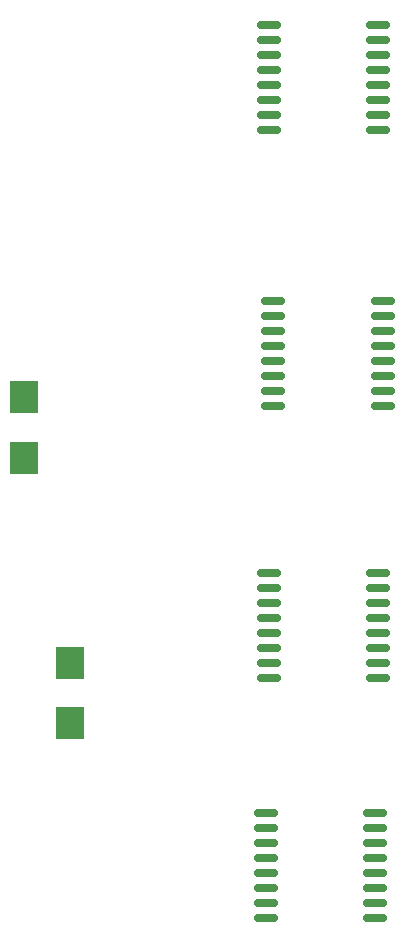
<source format=gbr>
%TF.GenerationSoftware,KiCad,Pcbnew,(6.0.4)*%
%TF.CreationDate,2023-07-24T13:06:08-04:00*%
%TF.ProjectId,BREAD_Slice,42524541-445f-4536-9c69-63652e6b6963,rev?*%
%TF.SameCoordinates,Original*%
%TF.FileFunction,Paste,Bot*%
%TF.FilePolarity,Positive*%
%FSLAX46Y46*%
G04 Gerber Fmt 4.6, Leading zero omitted, Abs format (unit mm)*
G04 Created by KiCad (PCBNEW (6.0.4)) date 2023-07-24 13:06:08*
%MOMM*%
%LPD*%
G01*
G04 APERTURE LIST*
G04 Aperture macros list*
%AMRoundRect*
0 Rectangle with rounded corners*
0 $1 Rounding radius*
0 $2 $3 $4 $5 $6 $7 $8 $9 X,Y pos of 4 corners*
0 Add a 4 corners polygon primitive as box body*
4,1,4,$2,$3,$4,$5,$6,$7,$8,$9,$2,$3,0*
0 Add four circle primitives for the rounded corners*
1,1,$1+$1,$2,$3*
1,1,$1+$1,$4,$5*
1,1,$1+$1,$6,$7*
1,1,$1+$1,$8,$9*
0 Add four rect primitives between the rounded corners*
20,1,$1+$1,$2,$3,$4,$5,0*
20,1,$1+$1,$4,$5,$6,$7,0*
20,1,$1+$1,$6,$7,$8,$9,0*
20,1,$1+$1,$8,$9,$2,$3,0*%
G04 Aperture macros list end*
%ADD10R,2.350000X2.770000*%
%ADD11RoundRect,0.150000X0.875000X0.150000X-0.875000X0.150000X-0.875000X-0.150000X0.875000X-0.150000X0*%
G04 APERTURE END LIST*
D10*
%TO.C,C2*%
X154223000Y-108274000D03*
X154223000Y-113414000D03*
%TD*%
%TO.C,C1*%
X150286000Y-90935000D03*
X150286000Y-85795000D03*
%TD*%
D11*
%TO.C,U1*%
X180082000Y-121004000D03*
X180082000Y-122274000D03*
X180082000Y-123544000D03*
X180082000Y-124814000D03*
X180082000Y-126084000D03*
X180082000Y-127354000D03*
X180082000Y-128624000D03*
X180082000Y-129894000D03*
X170782000Y-129894000D03*
X170782000Y-128624000D03*
X170782000Y-127354000D03*
X170782000Y-126084000D03*
X170782000Y-124814000D03*
X170782000Y-123544000D03*
X170782000Y-122274000D03*
X170782000Y-121004000D03*
%TD*%
%TO.C,U2*%
X180717000Y-77697000D03*
X180717000Y-78967000D03*
X180717000Y-80237000D03*
X180717000Y-81507000D03*
X180717000Y-82777000D03*
X180717000Y-84047000D03*
X180717000Y-85317000D03*
X180717000Y-86587000D03*
X171417000Y-86587000D03*
X171417000Y-85317000D03*
X171417000Y-84047000D03*
X171417000Y-82777000D03*
X171417000Y-81507000D03*
X171417000Y-80237000D03*
X171417000Y-78967000D03*
X171417000Y-77697000D03*
%TD*%
%TO.C,U3*%
X180336000Y-100684000D03*
X180336000Y-101954000D03*
X180336000Y-103224000D03*
X180336000Y-104494000D03*
X180336000Y-105764000D03*
X180336000Y-107034000D03*
X180336000Y-108304000D03*
X180336000Y-109574000D03*
X171036000Y-109574000D03*
X171036000Y-108304000D03*
X171036000Y-107034000D03*
X171036000Y-105764000D03*
X171036000Y-104494000D03*
X171036000Y-103224000D03*
X171036000Y-101954000D03*
X171036000Y-100684000D03*
%TD*%
%TO.C,U4*%
X180336000Y-54329000D03*
X180336000Y-55599000D03*
X180336000Y-56869000D03*
X180336000Y-58139000D03*
X180336000Y-59409000D03*
X180336000Y-60679000D03*
X180336000Y-61949000D03*
X180336000Y-63219000D03*
X171036000Y-63219000D03*
X171036000Y-61949000D03*
X171036000Y-60679000D03*
X171036000Y-59409000D03*
X171036000Y-58139000D03*
X171036000Y-56869000D03*
X171036000Y-55599000D03*
X171036000Y-54329000D03*
%TD*%
M02*

</source>
